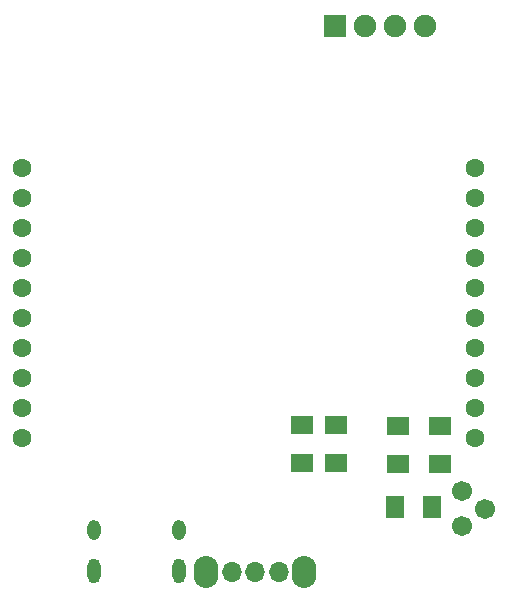
<source format=gbs>
G04*
G04 #@! TF.GenerationSoftware,Altium Limited,Altium Designer,22.11.1 (43)*
G04*
G04 Layer_Color=16711935*
%FSLAX25Y25*%
%MOIN*%
G70*
G04*
G04 #@! TF.SameCoordinates,CE4FA216-54C7-4044-9C64-AD491F851F59*
G04*
G04*
G04 #@! TF.FilePolarity,Negative*
G04*
G01*
G75*
%ADD73R,0.06247X0.07203*%
%ADD75O,0.06699X0.06699*%
%ADD76O,0.08274X0.10636*%
%ADD77R,0.07493X0.07493*%
%ADD78C,0.07493*%
%ADD79O,0.04337X0.08274*%
%ADD80O,0.04337X0.06699*%
%ADD81C,0.06699*%
%ADD82C,0.06299*%
%ADD109R,0.07203X0.06247*%
D73*
X131460Y30500D02*
D03*
X144000D02*
D03*
D75*
X77126Y9000D02*
D03*
X92874D02*
D03*
X85000D02*
D03*
D76*
X101339D02*
D03*
X68661D02*
D03*
D77*
X111500Y191000D02*
D03*
D78*
X121500D02*
D03*
X131500D02*
D03*
X141500D02*
D03*
D79*
X31332Y9208D02*
D03*
X59672Y9214D02*
D03*
D80*
X59669Y22793D02*
D03*
X31329Y22787D02*
D03*
D81*
X154020Y24095D02*
D03*
Y35906D02*
D03*
X161500Y30000D02*
D03*
D82*
X158268Y143425D02*
D03*
Y133425D02*
D03*
Y123425D02*
D03*
Y113425D02*
D03*
Y103425D02*
D03*
Y93425D02*
D03*
Y83425D02*
D03*
Y73425D02*
D03*
Y63425D02*
D03*
Y53425D02*
D03*
X7087Y143425D02*
D03*
Y133425D02*
D03*
Y123425D02*
D03*
Y113425D02*
D03*
Y103425D02*
D03*
Y93425D02*
D03*
Y83425D02*
D03*
Y73425D02*
D03*
Y63425D02*
D03*
Y53425D02*
D03*
D109*
X112000Y45230D02*
D03*
Y57770D02*
D03*
X100500Y45230D02*
D03*
Y57770D02*
D03*
X132500Y44960D02*
D03*
Y57500D02*
D03*
X146500D02*
D03*
Y44960D02*
D03*
M02*

</source>
